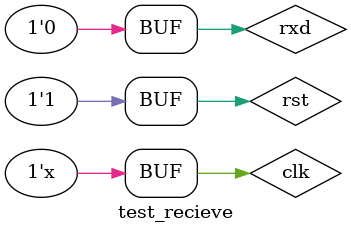
<source format=v>
`timescale 1ns / 1ps

module test_recieve;

    reg rxd;
    reg clk;
    reg rst;
    wire [7:0] word;
	 wire recieve_ready;

    recieve uut (
        .rxd(rxd), 
        .clk(clk), 
        .rst(rst), 
        .word(word),
		  .recieve_ready(recieve_ready)
    );

    initial begin
        rxd = 1;
        clk = 0;
        rst = 0;
    end
    
    always begin
        # 1 clk = ~clk;
    end
    
    always begin
		  # 1 rxd = 0;
        # 1 rxd = 1;
        # 8 rxd = 0;
    end
    
    always begin
        # 200 rst = 1;
    end
      
endmodule

</source>
